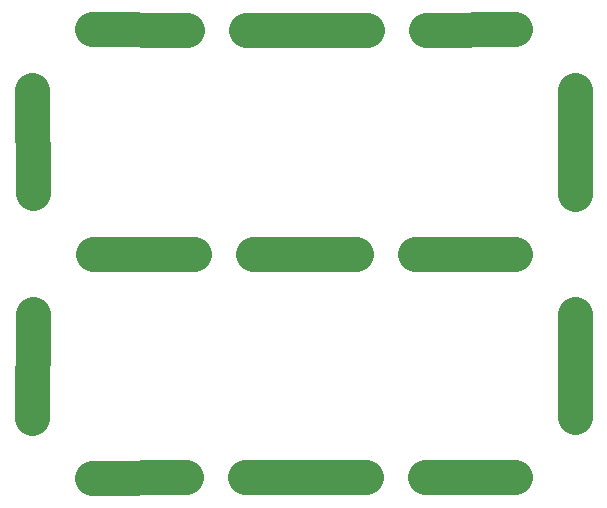
<source format=gbr>
G04 #@! TF.GenerationSoftware,KiCad,Pcbnew,(5.1.9)-1*
G04 #@! TF.CreationDate,2021-05-14T23:18:57-04:00*
G04 #@! TF.ProjectId,2xOPT Panelized,32784f50-5420-4506-916e-656c697a6564,rev?*
G04 #@! TF.SameCoordinates,Original*
G04 #@! TF.FileFunction,Other,ECO1*
%FSLAX46Y46*%
G04 Gerber Fmt 4.6, Leading zero omitted, Abs format (unit mm)*
G04 Created by KiCad (PCBNEW (5.1.9)-1) date 2021-05-14 23:18:57*
%MOMM*%
%LPD*%
G01*
G04 APERTURE LIST*
%ADD10C,3.000000*%
G04 APERTURE END LIST*
D10*
X139237500Y-60537000D02*
X146790000Y-60500000D01*
X123975000Y-60537000D02*
X134237500Y-60537000D01*
X111010000Y-60500000D02*
X118975000Y-60537000D01*
X105937500Y-74387000D02*
X105900000Y-65600000D01*
X105937500Y-84587000D02*
X105900000Y-93400000D01*
X119590000Y-79500000D02*
X111047500Y-79487000D01*
X133290000Y-79500000D02*
X124600000Y-79500000D01*
X146790000Y-79500000D02*
X138300000Y-79500000D01*
X151900000Y-74390000D02*
X151900000Y-65600000D01*
X151900000Y-93290000D02*
X151900000Y-84600000D01*
X139200000Y-98437000D02*
X146800000Y-98400000D01*
X123947500Y-98437000D02*
X134200000Y-98437000D01*
X111000000Y-98500000D02*
X118927500Y-98437000D01*
X111010000Y-98500000D02*
X111000000Y-98500000D01*
X105900000Y-93390000D02*
X105900000Y-93400000D01*
X151900000Y-93290000D02*
X151900000Y-93300000D01*
X146790000Y-98400000D02*
X146800000Y-98400000D01*
X146790000Y-60500000D02*
X146800000Y-60500000D01*
X151900000Y-65610000D02*
X151900000Y-65600000D01*
X105900000Y-65610000D02*
X105900000Y-65600000D01*
X111010000Y-60500000D02*
X111000000Y-60500000D01*
X118965000Y-60537000D02*
X118975000Y-60537000D01*
X123985000Y-60537000D02*
X123975000Y-60537000D01*
X134227500Y-60537000D02*
X134237500Y-60537000D01*
X139247500Y-60537000D02*
X139237500Y-60537000D01*
X134190000Y-98437000D02*
X134200000Y-98437000D01*
X139210000Y-98437000D02*
X139200000Y-98437000D01*
X118927500Y-98437000D02*
X118937500Y-98437000D01*
X123947500Y-98437000D02*
X123937500Y-98437000D01*
X133290000Y-79500000D02*
X133300000Y-79500000D01*
X138310000Y-79500000D02*
X138300000Y-79500000D01*
X119590000Y-79500000D02*
X119600000Y-79500000D01*
X124610000Y-79500000D02*
X124600000Y-79500000D01*
X151900000Y-74400000D02*
X151900000Y-74390000D01*
X151900000Y-84610000D02*
X151900000Y-84600000D01*
X146790000Y-79500000D02*
X146800000Y-79500000D01*
X105937500Y-84587000D02*
X105937500Y-84597000D01*
X105937500Y-74377000D02*
X105937500Y-74387000D01*
X111047500Y-79487000D02*
X111037500Y-79487000D01*
M02*

</source>
